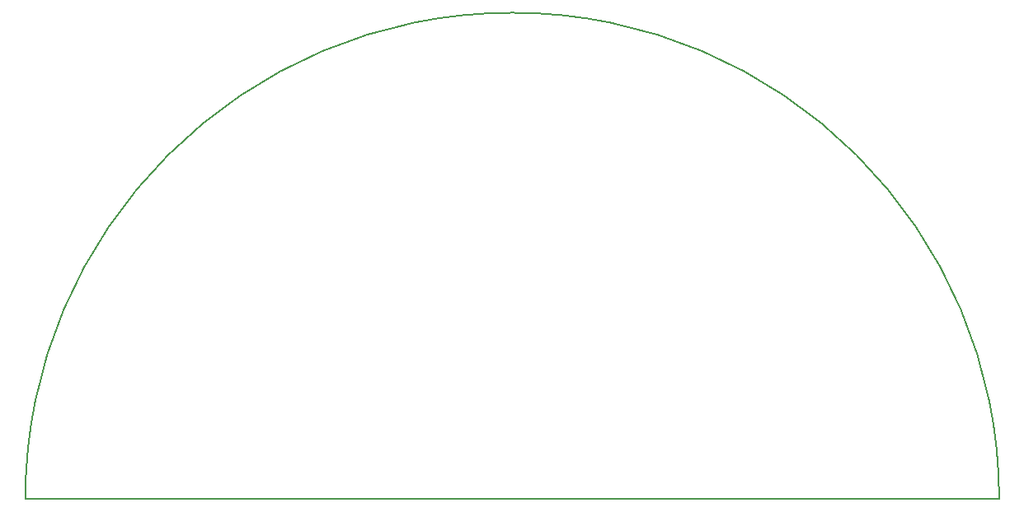
<source format=gbr>
G04 #@! TF.GenerationSoftware,KiCad,Pcbnew,(5.0.0-rc2-117-g8a26393)*
G04 #@! TF.CreationDate,2018-06-19T09:49:28+02:00*
G04 #@! TF.ProjectId,thermometer-bausatz,746865726D6F6D657465722D62617573,rev?*
G04 #@! TF.SameCoordinates,PX3938700PY9896800*
G04 #@! TF.FileFunction,Other,User*
%FSLAX46Y46*%
G04 Gerber Fmt 4.6, Leading zero omitted, Abs format (unit mm)*
G04 Created by KiCad (PCBNEW (5.0.0-rc2-117-g8a26393)) date Tue Jun 19 09:49:28 2018*
%MOMM*%
%LPD*%
G01*
G04 APERTURE LIST*
%ADD10C,0.200000*%
G04 APERTURE END LIST*
D10*
X100000000Y0D02*
G75*
G03X0Y0I-50000000J0D01*
G01*
X0Y0D02*
X100000000Y0D01*
M02*

</source>
